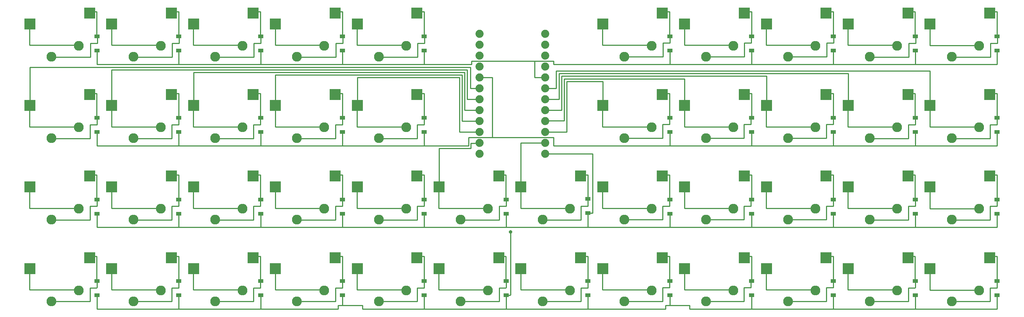
<source format=gbr>
%TF.GenerationSoftware,KiCad,Pcbnew,(5.99.0-8803-gb07c8110c8)*%
%TF.CreationDate,2021-05-08T13:19:11+01:00*%
%TF.ProjectId,Inflorescent,496e666c-6f72-4657-9363-656e742e6b69,rev?*%
%TF.SameCoordinates,PXf42400PY8954400*%
%TF.FileFunction,Copper,L2,Bot*%
%TF.FilePolarity,Positive*%
%FSLAX46Y46*%
G04 Gerber Fmt 4.6, Leading zero omitted, Abs format (unit mm)*
G04 Created by KiCad (PCBNEW (5.99.0-8803-gb07c8110c8)) date 2021-05-08 13:19:11*
%MOMM*%
%LPD*%
G01*
G04 APERTURE LIST*
%TA.AperFunction,SMDPad,CuDef*%
%ADD10R,2.550000X2.500000*%
%TD*%
%TA.AperFunction,ComponentPad*%
%ADD11C,2.286000*%
%TD*%
%TA.AperFunction,ComponentPad*%
%ADD12C,1.879600*%
%TD*%
%TA.AperFunction,SMDPad,CuDef*%
%ADD13R,1.200000X0.900000*%
%TD*%
%TA.AperFunction,ViaPad*%
%ADD14C,0.800000*%
%TD*%
%TA.AperFunction,Conductor*%
%ADD15C,0.250000*%
%TD*%
G04 APERTURE END LIST*
D10*
%TO.P,SW9,1,A*%
%TO.N,Net-(D9-Pad2)*%
X172290000Y76080000D03*
D11*
X163460000Y65920000D03*
%TO.P,SW9,2,B*%
%TO.N,/COL8*%
X169810000Y68460000D03*
D10*
X158440000Y73540000D03*
%TD*%
D11*
%TO.P,SW11,1,A*%
%TO.N,Net-(D11-Pad2)*%
X201460000Y65920000D03*
D10*
X210290000Y76080000D03*
%TO.P,SW11,2,B*%
%TO.N,/COL10*%
X196440000Y73540000D03*
D11*
X207810000Y68460000D03*
%TD*%
%TO.P,SW16,1,A*%
%TO.N,Net-(D16-Pad2)*%
X68460000Y46920000D03*
D10*
X77290000Y57080000D03*
%TO.P,SW16,2,B*%
%TO.N,/COL3*%
X63440000Y54540000D03*
D11*
X74810000Y49460000D03*
%TD*%
D10*
%TO.P,SW23,1,A*%
%TO.N,Net-(D23-Pad2)*%
X210290000Y57080000D03*
D11*
X201460000Y46920000D03*
D10*
%TO.P,SW23,2,B*%
%TO.N,/COL10*%
X196440000Y54540000D03*
D11*
X207810000Y49460000D03*
%TD*%
%TO.P,SW31,1,A*%
%TO.N,Net-(D31-Pad2)*%
X125460000Y27920000D03*
D10*
X134290000Y38080000D03*
%TO.P,SW31,2,B*%
%TO.N,/COL6*%
X120440000Y35540000D03*
D11*
X131810000Y30460000D03*
%TD*%
D10*
%TO.P,SW26,1,A*%
%TO.N,Net-(D26-Pad2)*%
X39290000Y38080000D03*
D11*
X30460000Y27920000D03*
D10*
%TO.P,SW26,2,B*%
%TO.N,/COL1*%
X25440000Y35540000D03*
D11*
X36810000Y30460000D03*
%TD*%
%TO.P,SW20,1,A*%
%TO.N,Net-(D20-Pad2)*%
X144460000Y46920000D03*
D10*
X153290000Y57080000D03*
%TO.P,SW20,2,B*%
%TO.N,/COL7*%
X139440000Y54540000D03*
D11*
X150810000Y49460000D03*
%TD*%
D10*
%TO.P,SW22,1,A*%
%TO.N,Net-(D22-Pad2)*%
X191290000Y57080000D03*
D11*
X182460000Y46920000D03*
D10*
%TO.P,SW22,2,B*%
%TO.N,/COL9*%
X177440000Y54540000D03*
D11*
X188810000Y49460000D03*
%TD*%
%TO.P,SW1,1,A*%
%TO.N,Net-(D1-Pad2)*%
X11460000Y65920000D03*
D10*
X20290000Y76080000D03*
%TO.P,SW1,2,B*%
%TO.N,/COL0*%
X6440000Y73540000D03*
D11*
X17810000Y68460000D03*
%TD*%
D10*
%TO.P,SW43,1,A*%
%TO.N,Net-(D43-Pad2)*%
X134290000Y19080000D03*
D11*
X125460000Y8920000D03*
%TO.P,SW43,2,B*%
%TO.N,/COL6*%
X131810000Y11460000D03*
D10*
X120440000Y16540000D03*
%TD*%
D11*
%TO.P,SW13,1,A*%
%TO.N,Net-(D13-Pad2)*%
X11460000Y46920000D03*
D10*
X20290000Y57080000D03*
D11*
%TO.P,SW13,2,B*%
%TO.N,/COL0*%
X17810000Y49460000D03*
D10*
X6440000Y54540000D03*
%TD*%
%TO.P,SW32,1,A*%
%TO.N,Net-(D32-Pad2)*%
X153290000Y38080000D03*
D11*
X144460000Y27920000D03*
%TO.P,SW32,2,B*%
%TO.N,/COL7*%
X150810000Y30460000D03*
D10*
X139440000Y35540000D03*
%TD*%
D11*
%TO.P,SW37,1,A*%
%TO.N,Net-(D37-Pad2)*%
X11460000Y8920000D03*
D10*
X20290000Y19080000D03*
%TO.P,SW37,2,B*%
%TO.N,/COL0*%
X6440000Y16540000D03*
D11*
X17810000Y11460000D03*
%TD*%
%TO.P,SW25,1,A*%
%TO.N,Net-(D25-Pad2)*%
X11460000Y27920000D03*
D10*
X20290000Y38080000D03*
D11*
%TO.P,SW25,2,B*%
%TO.N,/COL0*%
X17810000Y30460000D03*
D10*
X6440000Y35540000D03*
%TD*%
%TO.P,SW24,1,A*%
%TO.N,Net-(D24-Pad2)*%
X229290000Y57080000D03*
D11*
X220460000Y46920000D03*
D10*
%TO.P,SW24,2,B*%
%TO.N,/COL11*%
X215440000Y54540000D03*
D11*
X226810000Y49460000D03*
%TD*%
%TO.P,SW34,1,A*%
%TO.N,Net-(D34-Pad2)*%
X182460000Y27920000D03*
D10*
X191290000Y38080000D03*
%TO.P,SW34,2,B*%
%TO.N,/COL9*%
X177440000Y35540000D03*
D11*
X188810000Y30460000D03*
%TD*%
D10*
%TO.P,SW2,1,A*%
%TO.N,Net-(D2-Pad2)*%
X39290000Y76080000D03*
D11*
X30460000Y65920000D03*
%TO.P,SW2,2,B*%
%TO.N,/COL1*%
X36810000Y68460000D03*
D10*
X25440000Y73540000D03*
%TD*%
D11*
%TO.P,SW46,1,A*%
%TO.N,Net-(D46-Pad2)*%
X182460000Y8920000D03*
D10*
X191290000Y19080000D03*
D11*
%TO.P,SW46,2,B*%
%TO.N,/COL9*%
X188810000Y11460000D03*
D10*
X177440000Y16540000D03*
%TD*%
%TO.P,SW42,1,A*%
%TO.N,Net-(D42-Pad2)*%
X115290000Y19080000D03*
D11*
X106460000Y8920000D03*
D10*
%TO.P,SW42,2,B*%
%TO.N,/COL5*%
X101440000Y16540000D03*
D11*
X112810000Y11460000D03*
%TD*%
%TO.P,SW15,1,A*%
%TO.N,Net-(D15-Pad2)*%
X49460000Y46920000D03*
D10*
X58290000Y57080000D03*
%TO.P,SW15,2,B*%
%TO.N,/COL2*%
X44440000Y54540000D03*
D11*
X55810000Y49460000D03*
%TD*%
%TO.P,SW4,1,A*%
%TO.N,Net-(D4-Pad2)*%
X68460000Y65920000D03*
D10*
X77290000Y76080000D03*
%TO.P,SW4,2,B*%
%TO.N,/COL3*%
X63440000Y73540000D03*
D11*
X74810000Y68460000D03*
%TD*%
D10*
%TO.P,SW12,1,A*%
%TO.N,Net-(D12-Pad2)*%
X229290000Y76080000D03*
D11*
X220460000Y65920000D03*
%TO.P,SW12,2,B*%
%TO.N,/COL11*%
X226810000Y68460000D03*
D10*
X215440000Y73540000D03*
%TD*%
%TO.P,SW47,1,A*%
%TO.N,Net-(D47-Pad2)*%
X210290000Y19080000D03*
D11*
X201460000Y8920000D03*
D10*
%TO.P,SW47,2,B*%
%TO.N,/COL10*%
X196440000Y16540000D03*
D11*
X207810000Y11460000D03*
%TD*%
D10*
%TO.P,SW33,1,A*%
%TO.N,Net-(D33-Pad2)*%
X172290000Y38080000D03*
D11*
X163460000Y27920000D03*
D10*
%TO.P,SW33,2,B*%
%TO.N,/COL8*%
X158440000Y35540000D03*
D11*
X169810000Y30460000D03*
%TD*%
%TO.P,SW36,1,A*%
%TO.N,Net-(D36-Pad2)*%
X220460000Y27920000D03*
D10*
X229290000Y38080000D03*
%TO.P,SW36,2,B*%
%TO.N,/COL11*%
X215440000Y35540000D03*
D11*
X226810000Y30460000D03*
%TD*%
%TO.P,SW29,1,A*%
%TO.N,Net-(D29-Pad2)*%
X87460000Y27920000D03*
D10*
X96290000Y38080000D03*
D11*
%TO.P,SW29,2,B*%
%TO.N,/COL4*%
X93810000Y30460000D03*
D10*
X82440000Y35540000D03*
%TD*%
%TO.P,SW5,1,A*%
%TO.N,Net-(D5-Pad2)*%
X96290000Y76080000D03*
D11*
X87460000Y65920000D03*
D10*
%TO.P,SW5,2,B*%
%TO.N,/COL4*%
X82440000Y73540000D03*
D11*
X93810000Y68460000D03*
%TD*%
%TO.P,SW44,1,A*%
%TO.N,Net-(D44-Pad2)*%
X144460000Y8920000D03*
D10*
X153290000Y19080000D03*
D11*
%TO.P,SW44,2,B*%
%TO.N,/COL7*%
X150810000Y11460000D03*
D10*
X139440000Y16540000D03*
%TD*%
D11*
%TO.P,SW48,1,A*%
%TO.N,Net-(D48-Pad2)*%
X220460000Y8920000D03*
D10*
X229290000Y19080000D03*
D11*
%TO.P,SW48,2,B*%
%TO.N,/COL11*%
X226810000Y11460000D03*
D10*
X215440000Y16540000D03*
%TD*%
D11*
%TO.P,SW21,1,A*%
%TO.N,Net-(D21-Pad2)*%
X163460000Y46920000D03*
D10*
X172290000Y57080000D03*
D11*
%TO.P,SW21,2,B*%
%TO.N,/COL8*%
X169810000Y49460000D03*
D10*
X158440000Y54540000D03*
%TD*%
D11*
%TO.P,SW8,1,A*%
%TO.N,Net-(D8-Pad2)*%
X144460000Y65920000D03*
D10*
X153290000Y76080000D03*
%TO.P,SW8,2,B*%
%TO.N,/COL7*%
X139440000Y73540000D03*
D11*
X150810000Y68460000D03*
%TD*%
%TO.P,SW28,1,A*%
%TO.N,Net-(D28-Pad2)*%
X68460000Y27920000D03*
D10*
X77290000Y38080000D03*
%TO.P,SW28,2,B*%
%TO.N,/COL3*%
X63440000Y35540000D03*
D11*
X74810000Y30460000D03*
%TD*%
D10*
%TO.P,SW38,1,A*%
%TO.N,Net-(D38-Pad2)*%
X39290000Y19080000D03*
D11*
X30460000Y8920000D03*
%TO.P,SW38,2,B*%
%TO.N,/COL1*%
X36810000Y11460000D03*
D10*
X25440000Y16540000D03*
%TD*%
D11*
%TO.P,SW3,1,A*%
%TO.N,Net-(D3-Pad2)*%
X49460000Y65920000D03*
D10*
X58290000Y76080000D03*
%TO.P,SW3,2,B*%
%TO.N,/COL2*%
X44440000Y73540000D03*
D11*
X55810000Y68460000D03*
%TD*%
%TO.P,SW40,1,A*%
%TO.N,Net-(D40-Pad2)*%
X68460000Y8920000D03*
D10*
X77290000Y19080000D03*
D11*
%TO.P,SW40,2,B*%
%TO.N,/COL3*%
X74810000Y11460000D03*
D10*
X63440000Y16540000D03*
%TD*%
D11*
%TO.P,SW27,1,A*%
%TO.N,Net-(D27-Pad2)*%
X49460000Y27920000D03*
D10*
X58290000Y38080000D03*
%TO.P,SW27,2,B*%
%TO.N,/COL2*%
X44440000Y35540000D03*
D11*
X55810000Y30460000D03*
%TD*%
%TO.P,SW14,1,A*%
%TO.N,Net-(D14-Pad2)*%
X30460000Y46920000D03*
D10*
X39290000Y57080000D03*
D11*
%TO.P,SW14,2,B*%
%TO.N,/COL1*%
X36810000Y49460000D03*
D10*
X25440000Y54540000D03*
%TD*%
D11*
%TO.P,SW30,1,A*%
%TO.N,Net-(D30-Pad2)*%
X106460000Y27920000D03*
D10*
X115290000Y38080000D03*
%TO.P,SW30,2,B*%
%TO.N,/COL5*%
X101440000Y35540000D03*
D11*
X112810000Y30460000D03*
%TD*%
%TO.P,SW45,1,A*%
%TO.N,Net-(D45-Pad2)*%
X163460000Y8920000D03*
D10*
X172290000Y19080000D03*
%TO.P,SW45,2,B*%
%TO.N,/COL8*%
X158440000Y16540000D03*
D11*
X169810000Y11460000D03*
%TD*%
D12*
%TO.P,U1,1,TX0*%
%TO.N,unconnected-(U1-Pad1)*%
X110880000Y71200000D03*
%TO.P,U1,2,RXI*%
%TO.N,unconnected-(U1-Pad2)*%
X110880000Y68660000D03*
%TO.P,U1,3,GND*%
%TO.N,unconnected-(U1-Pad3)*%
X110880000Y66120000D03*
%TO.P,U1,4,GND*%
%TO.N,unconnected-(U1-Pad4)*%
X110880000Y63580000D03*
%TO.P,U1,5,D2*%
%TO.N,/ROW1*%
X110880000Y61040000D03*
%TO.P,U1,6,D3*%
%TO.N,/COL0*%
X110880000Y58500000D03*
%TO.P,U1,7,D4*%
%TO.N,/COL1*%
X110880000Y55960000D03*
%TO.P,U1,8,D5*%
%TO.N,/COL2*%
X110880000Y53420000D03*
%TO.P,U1,9,D6*%
%TO.N,/COL3*%
X110880000Y50880000D03*
%TO.P,U1,10,D7*%
%TO.N,/COL4*%
X110880000Y48340000D03*
%TO.P,U1,11,D8*%
%TO.N,/COL5*%
X110880000Y45800000D03*
%TO.P,U1,12,D9*%
%TO.N,/ROW3*%
X110880000Y43260000D03*
%TO.P,U1,13,D10*%
%TO.N,/ROW2*%
X126120000Y43260000D03*
%TO.P,U1,14,D16*%
%TO.N,/COL6*%
X126120000Y45800000D03*
%TO.P,U1,15,D14*%
%TO.N,/COL7*%
X126120000Y48340000D03*
%TO.P,U1,16,D15*%
%TO.N,/COL8*%
X126120000Y50880000D03*
%TO.P,U1,17,A0*%
%TO.N,/COL9*%
X126120000Y53420000D03*
%TO.P,U1,18,A1*%
%TO.N,/COL10*%
X126120000Y55960000D03*
%TO.P,U1,19,A2*%
%TO.N,/COL11*%
X126120000Y58500000D03*
%TO.P,U1,20,A3*%
%TO.N,/ROW0*%
X126120000Y61040000D03*
%TO.P,U1,21,VCC*%
%TO.N,unconnected-(U1-Pad21)*%
X126120000Y63580000D03*
%TO.P,U1,22,RST*%
%TO.N,unconnected-(U1-Pad22)*%
X126120000Y66120000D03*
%TO.P,U1,23,GND*%
%TO.N,unconnected-(U1-Pad23)*%
X126120000Y68660000D03*
%TO.P,U1,24,RAW*%
%TO.N,unconnected-(U1-Pad24)*%
X126120000Y71200000D03*
%TD*%
D10*
%TO.P,SW10,1,A*%
%TO.N,Net-(D10-Pad2)*%
X191290000Y76080000D03*
D11*
X182460000Y65920000D03*
%TO.P,SW10,2,B*%
%TO.N,/COL9*%
X188810000Y68460000D03*
D10*
X177440000Y73540000D03*
%TD*%
D11*
%TO.P,SW39,1,A*%
%TO.N,Net-(D39-Pad2)*%
X49460000Y8920000D03*
D10*
X58290000Y19080000D03*
%TO.P,SW39,2,B*%
%TO.N,/COL2*%
X44440000Y16540000D03*
D11*
X55810000Y11460000D03*
%TD*%
D10*
%TO.P,SW35,1,A*%
%TO.N,Net-(D35-Pad2)*%
X210290000Y38080000D03*
D11*
X201460000Y27920000D03*
%TO.P,SW35,2,B*%
%TO.N,/COL10*%
X207810000Y30460000D03*
D10*
X196440000Y35540000D03*
%TD*%
D11*
%TO.P,SW17,1,A*%
%TO.N,Net-(D17-Pad2)*%
X87460000Y46920000D03*
D10*
X96290000Y57080000D03*
D11*
%TO.P,SW17,2,B*%
%TO.N,/COL4*%
X93810000Y49460000D03*
D10*
X82440000Y54540000D03*
%TD*%
D11*
%TO.P,SW41,1,A*%
%TO.N,Net-(D41-Pad2)*%
X87460000Y8920000D03*
D10*
X96290000Y19080000D03*
D11*
%TO.P,SW41,2,B*%
%TO.N,/COL4*%
X93810000Y11460000D03*
D10*
X82440000Y16540000D03*
%TD*%
D13*
%TO.P,D46,1,K*%
%TO.N,/ROW3*%
X193000000Y10350000D03*
%TO.P,D46,2,A*%
%TO.N,Net-(D46-Pad2)*%
X193000000Y13650000D03*
%TD*%
%TO.P,D32,1,K*%
%TO.N,/ROW2*%
X155000000Y29350000D03*
%TO.P,D32,2,A*%
%TO.N,Net-(D32-Pad2)*%
X155000000Y32650000D03*
%TD*%
%TO.P,D22,1,K*%
%TO.N,/ROW1*%
X193000000Y48350000D03*
%TO.P,D22,2,A*%
%TO.N,Net-(D22-Pad2)*%
X193000000Y51650000D03*
%TD*%
%TO.P,D37,1,K*%
%TO.N,/ROW3*%
X22000000Y10350000D03*
%TO.P,D37,2,A*%
%TO.N,Net-(D37-Pad2)*%
X22000000Y13650000D03*
%TD*%
%TO.P,D40,1,K*%
%TO.N,/ROW3*%
X79000000Y10350000D03*
%TO.P,D40,2,A*%
%TO.N,Net-(D40-Pad2)*%
X79000000Y13650000D03*
%TD*%
%TO.P,D3,1,K*%
%TO.N,/ROW0*%
X60000000Y67350000D03*
%TO.P,D3,2,A*%
%TO.N,Net-(D3-Pad2)*%
X60000000Y70650000D03*
%TD*%
%TO.P,D13,1,K*%
%TO.N,/ROW1*%
X22000000Y48350000D03*
%TO.P,D13,2,A*%
%TO.N,Net-(D13-Pad2)*%
X22000000Y51650000D03*
%TD*%
%TO.P,D31,1,K*%
%TO.N,/ROW2*%
X136000000Y29500000D03*
%TO.P,D31,2,A*%
%TO.N,Net-(D31-Pad2)*%
X136000000Y32800000D03*
%TD*%
%TO.P,D48,1,K*%
%TO.N,/ROW3*%
X231000000Y10350000D03*
%TO.P,D48,2,A*%
%TO.N,Net-(D48-Pad2)*%
X231000000Y13650000D03*
%TD*%
%TO.P,D8,1,K*%
%TO.N,/ROW0*%
X155000000Y67350000D03*
%TO.P,D8,2,A*%
%TO.N,Net-(D8-Pad2)*%
X155000000Y70650000D03*
%TD*%
%TO.P,D20,1,K*%
%TO.N,/ROW1*%
X155000000Y48350000D03*
%TO.P,D20,2,A*%
%TO.N,Net-(D20-Pad2)*%
X155000000Y51650000D03*
%TD*%
%TO.P,D21,1,K*%
%TO.N,/ROW1*%
X174000000Y48350000D03*
%TO.P,D21,2,A*%
%TO.N,Net-(D21-Pad2)*%
X174000000Y51650000D03*
%TD*%
%TO.P,D38,1,K*%
%TO.N,/ROW3*%
X41000000Y10350000D03*
%TO.P,D38,2,A*%
%TO.N,Net-(D38-Pad2)*%
X41000000Y13650000D03*
%TD*%
%TO.P,D33,1,K*%
%TO.N,/ROW2*%
X174000000Y29350000D03*
%TO.P,D33,2,A*%
%TO.N,Net-(D33-Pad2)*%
X174000000Y32650000D03*
%TD*%
%TO.P,D4,1,K*%
%TO.N,/ROW0*%
X79000000Y67350000D03*
%TO.P,D4,2,A*%
%TO.N,Net-(D4-Pad2)*%
X79000000Y70650000D03*
%TD*%
%TO.P,D41,1,K*%
%TO.N,/ROW3*%
X98000000Y10350000D03*
%TO.P,D41,2,A*%
%TO.N,Net-(D41-Pad2)*%
X98000000Y13650000D03*
%TD*%
%TO.P,D27,1,K*%
%TO.N,/ROW2*%
X60000000Y29350000D03*
%TO.P,D27,2,A*%
%TO.N,Net-(D27-Pad2)*%
X60000000Y32650000D03*
%TD*%
%TO.P,D15,1,K*%
%TO.N,/ROW1*%
X60000000Y48350000D03*
%TO.P,D15,2,A*%
%TO.N,Net-(D15-Pad2)*%
X60000000Y51650000D03*
%TD*%
%TO.P,D14,1,K*%
%TO.N,/ROW1*%
X41000000Y48350000D03*
%TO.P,D14,2,A*%
%TO.N,Net-(D14-Pad2)*%
X41000000Y51650000D03*
%TD*%
%TO.P,D26,1,K*%
%TO.N,/ROW2*%
X41000000Y29350000D03*
%TO.P,D26,2,A*%
%TO.N,Net-(D26-Pad2)*%
X41000000Y32650000D03*
%TD*%
%TO.P,D30,1,K*%
%TO.N,/ROW2*%
X117000000Y29350000D03*
%TO.P,D30,2,A*%
%TO.N,Net-(D30-Pad2)*%
X117000000Y32650000D03*
%TD*%
%TO.P,D36,1,K*%
%TO.N,/ROW2*%
X231000000Y29350000D03*
%TO.P,D36,2,A*%
%TO.N,Net-(D36-Pad2)*%
X231000000Y32650000D03*
%TD*%
%TO.P,D12,1,K*%
%TO.N,/ROW0*%
X231000000Y67350000D03*
%TO.P,D12,2,A*%
%TO.N,Net-(D12-Pad2)*%
X231000000Y70650000D03*
%TD*%
%TO.P,D1,1,K*%
%TO.N,/ROW0*%
X22000000Y67350000D03*
%TO.P,D1,2,A*%
%TO.N,Net-(D1-Pad2)*%
X22000000Y70650000D03*
%TD*%
%TO.P,D45,1,K*%
%TO.N,/ROW3*%
X174000000Y10350000D03*
%TO.P,D45,2,A*%
%TO.N,Net-(D45-Pad2)*%
X174000000Y13650000D03*
%TD*%
%TO.P,D16,1,K*%
%TO.N,/ROW1*%
X79000000Y48350000D03*
%TO.P,D16,2,A*%
%TO.N,Net-(D16-Pad2)*%
X79000000Y51650000D03*
%TD*%
%TO.P,D2,1,K*%
%TO.N,/ROW0*%
X41000000Y67350000D03*
%TO.P,D2,2,A*%
%TO.N,Net-(D2-Pad2)*%
X41000000Y70650000D03*
%TD*%
%TO.P,D43,1,K*%
%TO.N,/ROW3*%
X136000000Y10350000D03*
%TO.P,D43,2,A*%
%TO.N,Net-(D43-Pad2)*%
X136000000Y13650000D03*
%TD*%
%TO.P,D35,1,K*%
%TO.N,/ROW2*%
X212000000Y29350000D03*
%TO.P,D35,2,A*%
%TO.N,Net-(D35-Pad2)*%
X212000000Y32650000D03*
%TD*%
%TO.P,D11,1,K*%
%TO.N,/ROW0*%
X212000000Y67350000D03*
%TO.P,D11,2,A*%
%TO.N,Net-(D11-Pad2)*%
X212000000Y70650000D03*
%TD*%
%TO.P,D24,1,K*%
%TO.N,/ROW1*%
X231000000Y48350000D03*
%TO.P,D24,2,A*%
%TO.N,Net-(D24-Pad2)*%
X231000000Y51650000D03*
%TD*%
%TO.P,D28,1,K*%
%TO.N,/ROW2*%
X79000000Y29350000D03*
%TO.P,D28,2,A*%
%TO.N,Net-(D28-Pad2)*%
X79000000Y32650000D03*
%TD*%
%TO.P,D29,1,K*%
%TO.N,/ROW2*%
X98000000Y29350000D03*
%TO.P,D29,2,A*%
%TO.N,Net-(D29-Pad2)*%
X98000000Y32650000D03*
%TD*%
%TO.P,D9,1,K*%
%TO.N,/ROW0*%
X174000000Y67350000D03*
%TO.P,D9,2,A*%
%TO.N,Net-(D9-Pad2)*%
X174000000Y70650000D03*
%TD*%
%TO.P,D23,1,K*%
%TO.N,/ROW1*%
X212000000Y48350000D03*
%TO.P,D23,2,A*%
%TO.N,Net-(D23-Pad2)*%
X212000000Y51650000D03*
%TD*%
%TO.P,D17,1,K*%
%TO.N,/ROW1*%
X98000000Y48350000D03*
%TO.P,D17,2,A*%
%TO.N,Net-(D17-Pad2)*%
X98000000Y51650000D03*
%TD*%
%TO.P,D39,1,K*%
%TO.N,/ROW3*%
X60000000Y10350000D03*
%TO.P,D39,2,A*%
%TO.N,Net-(D39-Pad2)*%
X60000000Y13650000D03*
%TD*%
%TO.P,D25,1,K*%
%TO.N,/ROW2*%
X22000000Y29350000D03*
%TO.P,D25,2,A*%
%TO.N,Net-(D25-Pad2)*%
X22000000Y32650000D03*
%TD*%
%TO.P,D34,1,K*%
%TO.N,/ROW2*%
X193000000Y29350000D03*
%TO.P,D34,2,A*%
%TO.N,Net-(D34-Pad2)*%
X193000000Y32650000D03*
%TD*%
%TO.P,D10,1,K*%
%TO.N,/ROW0*%
X193000000Y67350000D03*
%TO.P,D10,2,A*%
%TO.N,Net-(D10-Pad2)*%
X193000000Y70650000D03*
%TD*%
%TO.P,D42,1,K*%
%TO.N,/ROW3*%
X117000000Y10350000D03*
%TO.P,D42,2,A*%
%TO.N,Net-(D42-Pad2)*%
X117000000Y13650000D03*
%TD*%
%TO.P,D5,1,K*%
%TO.N,/ROW0*%
X98000000Y67350000D03*
%TO.P,D5,2,A*%
%TO.N,Net-(D5-Pad2)*%
X98000000Y70650000D03*
%TD*%
%TO.P,D47,1,K*%
%TO.N,/ROW3*%
X212000000Y10350000D03*
%TO.P,D47,2,A*%
%TO.N,Net-(D47-Pad2)*%
X212000000Y13650000D03*
%TD*%
%TO.P,D44,1,K*%
%TO.N,/ROW3*%
X155000000Y10350000D03*
%TO.P,D44,2,A*%
%TO.N,Net-(D44-Pad2)*%
X155000000Y13650000D03*
%TD*%
D14*
%TO.N,/ROW3*%
X118000000Y25100000D03*
%TD*%
D15*
%TO.N,Net-(D1-Pad2)*%
X22065000Y69028750D02*
X20465000Y69028750D01*
X21972500Y70841250D02*
X21972500Y76378750D01*
X21972500Y76378750D02*
X20370000Y76378750D01*
X20465000Y65828750D02*
X11657500Y65828750D01*
X22077500Y70678750D02*
X22077500Y69041250D01*
X20465000Y69028750D02*
X20465000Y65828750D01*
%TO.N,/ROW0*%
X60000000Y64150000D02*
X60000000Y67300000D01*
X125881900Y61050000D02*
X123660000Y61050000D01*
X109000000Y64200000D02*
X109000000Y64850000D01*
X108950000Y64150000D02*
X109000000Y64200000D01*
X60248750Y64150000D02*
X41000000Y64150000D01*
X155000000Y64150000D02*
X155000000Y67300000D01*
X123400000Y64850000D02*
X128000000Y64850000D01*
X98000000Y67300000D02*
X98000000Y64150000D01*
X22000000Y64150000D02*
X22000000Y67300000D01*
X123660000Y61050000D02*
X123660000Y64785000D01*
X231000000Y64150000D02*
X212000000Y64150000D01*
X98000000Y64150000D02*
X108950000Y64150000D01*
X109000000Y64850000D02*
X123400000Y64850000D01*
X41248750Y64150000D02*
X22000000Y64150000D01*
X128000000Y64850000D02*
X128000000Y64150000D01*
X174000000Y64150000D02*
X174000000Y67300000D01*
X79000000Y64150000D02*
X79000000Y67300000D01*
X128000000Y64400000D02*
X128000000Y64150000D01*
X212248750Y64150000D02*
X193000000Y64150000D01*
X174248750Y64150000D02*
X155000000Y64150000D01*
X193248750Y64150000D02*
X174000000Y64150000D01*
X41000000Y64150000D02*
X41000000Y67300000D01*
X79248750Y64150000D02*
X60000000Y64150000D01*
X98248750Y64150000D02*
X79000000Y64150000D01*
X212000000Y64150000D02*
X212000000Y67300000D01*
X231000000Y67350000D02*
X231000000Y64150000D01*
X128000000Y64150000D02*
X155000000Y64150000D01*
X123660000Y64785000D02*
X123725000Y64850000D01*
X193000000Y64150000D02*
X193000000Y67300000D01*
X125889900Y61042000D02*
X125881900Y61050000D01*
%TO.N,Net-(D2-Pad2)*%
X41065000Y69028750D02*
X39465000Y69028750D01*
X41077500Y70678750D02*
X41077500Y69041250D01*
X39465000Y69028750D02*
X39465000Y65828750D01*
X40972500Y70841250D02*
X40972500Y76378750D01*
X39465000Y65828750D02*
X30657500Y65828750D01*
X40972500Y76378750D02*
X39370000Y76378750D01*
%TO.N,Net-(D3-Pad2)*%
X59967500Y76378750D02*
X58365000Y76378750D01*
X58460000Y65828750D02*
X49652500Y65828750D01*
X59967500Y70841250D02*
X59967500Y76378750D01*
X58460000Y69028750D02*
X58460000Y65828750D01*
X60072500Y70678750D02*
X60072500Y69041250D01*
X60060000Y69028750D02*
X58460000Y69028750D01*
%TO.N,Net-(D4-Pad2)*%
X79072500Y70678750D02*
X79072500Y69041250D01*
X79060000Y69028750D02*
X77460000Y69028750D01*
X77460000Y69028750D02*
X77460000Y65828750D01*
X78967500Y70841250D02*
X78967500Y76378750D01*
X78967500Y76378750D02*
X77365000Y76378750D01*
X77460000Y65828750D02*
X68652500Y65828750D01*
%TO.N,Net-(D5-Pad2)*%
X98072500Y70678750D02*
X98072500Y69041250D01*
X98060000Y69028750D02*
X96460000Y69028750D01*
X96460000Y65828750D02*
X87652500Y65828750D01*
X97967500Y70841250D02*
X97967500Y76378750D01*
X97967500Y76378750D02*
X96365000Y76378750D01*
X96460000Y69028750D02*
X96460000Y65828750D01*
%TO.N,Net-(D8-Pad2)*%
X155040000Y69078750D02*
X153440000Y69078750D01*
X155052500Y70728750D02*
X155052500Y69091250D01*
X153440000Y65878750D02*
X144632500Y65878750D01*
X153440000Y69078750D02*
X153440000Y65878750D01*
X154967500Y70841250D02*
X154967500Y76378750D01*
X154967500Y76378750D02*
X153365000Y76378750D01*
%TO.N,Net-(D9-Pad2)*%
X173952500Y70728750D02*
X173952500Y69091250D01*
X173940000Y69078750D02*
X172340000Y69078750D01*
X173967500Y76378750D02*
X172365000Y76378750D01*
X172340000Y65878750D02*
X163532500Y65878750D01*
X173967500Y70841250D02*
X173967500Y76378750D01*
X172340000Y69078750D02*
X172340000Y65878750D01*
%TO.N,Net-(D10-Pad2)*%
X191440000Y69078750D02*
X191440000Y65878750D01*
X192967500Y70841250D02*
X192967500Y76378750D01*
X193040000Y69078750D02*
X191440000Y69078750D01*
X191440000Y65878750D02*
X182632500Y65878750D01*
X192967500Y76378750D02*
X191365000Y76378750D01*
X193052500Y70728750D02*
X193052500Y69091250D01*
%TO.N,Net-(D11-Pad2)*%
X211967500Y76378750D02*
X210365000Y76378750D01*
X212060000Y69028750D02*
X210460000Y69028750D01*
X210460000Y69028750D02*
X210460000Y65828750D01*
X212072500Y70678750D02*
X212072500Y69041250D01*
X211967500Y70841250D02*
X211967500Y76378750D01*
X210460000Y65828750D02*
X201652500Y65828750D01*
%TO.N,Net-(D12-Pad2)*%
X231065000Y69041250D02*
X231052500Y69028750D01*
X230965000Y70841250D02*
X230965000Y76378750D01*
X229452500Y65828750D02*
X220645000Y65828750D01*
X231065000Y70678750D02*
X231065000Y69041250D01*
X229452500Y69028750D02*
X229452500Y65828750D01*
X231052500Y69028750D02*
X229452500Y69028750D01*
X230965000Y76378750D02*
X229362500Y76378750D01*
%TO.N,Net-(D13-Pad2)*%
X21990000Y51728750D02*
X21990000Y50091250D01*
X21968750Y57378750D02*
X20366250Y57378750D01*
X20377500Y50078750D02*
X20377500Y46878750D01*
X21968750Y51841250D02*
X21968750Y57378750D01*
X21977500Y50078750D02*
X20377500Y50078750D01*
X20377500Y46878750D02*
X11570000Y46878750D01*
%TO.N,/ROW1*%
X79000000Y45150000D02*
X79000000Y48300000D01*
X60000000Y45150000D02*
X60000000Y48300000D01*
X22000000Y45150000D02*
X22000000Y48300000D01*
X113810000Y47090000D02*
X113825000Y47075000D01*
X79248750Y45150000D02*
X60000000Y45150000D01*
X193248750Y45150000D02*
X174000000Y45150000D01*
X113825000Y47075000D02*
X108300000Y47075000D01*
X113803000Y61042000D02*
X113810000Y61035000D01*
X108300000Y45150000D02*
X79000000Y45150000D01*
X41000000Y45150000D02*
X41000000Y48300000D01*
X110649900Y61042000D02*
X113803000Y61042000D01*
X108300000Y47075000D02*
X108300000Y45150000D01*
X128050000Y47075000D02*
X128050000Y45150000D01*
X193000000Y45150000D02*
X193000000Y48300000D01*
X98000000Y45150000D02*
X98000000Y48300000D01*
X174248750Y45150000D02*
X155000000Y45150000D01*
X174000000Y45150000D02*
X174000000Y48300000D01*
X41248750Y45150000D02*
X22000000Y45150000D01*
X60248750Y45150000D02*
X41000000Y45150000D01*
X113810000Y61035000D02*
X113810000Y47090000D01*
X113825000Y47075000D02*
X128050000Y47075000D01*
X212248750Y45150000D02*
X193000000Y45150000D01*
X212000000Y45150000D02*
X212000000Y48300000D01*
X108300000Y45800000D02*
X108300000Y45150000D01*
X155000000Y45150000D02*
X155000000Y48300000D01*
X231000000Y48350000D02*
X231000000Y45150000D01*
X231000000Y45150000D02*
X212000000Y45150000D01*
X128050000Y45150000D02*
X155000000Y45150000D01*
%TO.N,Net-(D14-Pad2)*%
X40977500Y50078750D02*
X39377500Y50078750D01*
X40968750Y51841250D02*
X40968750Y57378750D01*
X40968750Y57378750D02*
X39366250Y57378750D01*
X40990000Y51728750D02*
X40990000Y50091250D01*
X39377500Y46878750D02*
X30570000Y46878750D01*
X39377500Y50078750D02*
X39377500Y46878750D01*
%TO.N,Net-(D15-Pad2)*%
X59985000Y51728750D02*
X59985000Y50091250D01*
X59963750Y51841250D02*
X59963750Y57378750D01*
X58372500Y50078750D02*
X58372500Y46878750D01*
X59972500Y50078750D02*
X58372500Y50078750D01*
X58372500Y46878750D02*
X49565000Y46878750D01*
X59963750Y57378750D02*
X58361250Y57378750D01*
%TO.N,Net-(D16-Pad2)*%
X78972500Y50078750D02*
X77372500Y50078750D01*
X77372500Y50078750D02*
X77372500Y46878750D01*
X77372500Y46878750D02*
X68565000Y46878750D01*
X78985000Y51728750D02*
X78985000Y50091250D01*
X78963750Y51841250D02*
X78963750Y57378750D01*
X78963750Y57378750D02*
X77361250Y57378750D01*
%TO.N,Net-(D17-Pad2)*%
X97963750Y57378750D02*
X96361250Y57378750D01*
X97985000Y51728750D02*
X97985000Y50091250D01*
X96372500Y46878750D02*
X87565000Y46878750D01*
X96372500Y50078750D02*
X96372500Y46878750D01*
X97963750Y51841250D02*
X97963750Y57378750D01*
X97972500Y50078750D02*
X96372500Y50078750D01*
%TO.N,Net-(D20-Pad2)*%
X153352500Y46928750D02*
X144545000Y46928750D01*
X154963750Y57378750D02*
X153361250Y57378750D01*
X154963750Y51841250D02*
X154963750Y57378750D01*
X154952500Y50128750D02*
X153352500Y50128750D01*
X153352500Y50128750D02*
X153352500Y46928750D01*
X154965000Y51778750D02*
X154965000Y50141250D01*
%TO.N,Net-(D21-Pad2)*%
X172252500Y50128750D02*
X172252500Y46928750D01*
X173852500Y50128750D02*
X172252500Y50128750D01*
X173865000Y51778750D02*
X173865000Y50141250D01*
X172252500Y46928750D02*
X163445000Y46928750D01*
X173963750Y51841250D02*
X173963750Y57378750D01*
X173963750Y57378750D02*
X172361250Y57378750D01*
%TO.N,Net-(D22-Pad2)*%
X192965000Y51778750D02*
X192965000Y50141250D01*
X192963750Y57378750D02*
X191361250Y57378750D01*
X191352500Y50128750D02*
X191352500Y46928750D01*
X192963750Y51841250D02*
X192963750Y57378750D01*
X192952500Y50128750D02*
X191352500Y50128750D01*
X191352500Y46928750D02*
X182545000Y46928750D01*
%TO.N,Net-(D23-Pad2)*%
X211963750Y51841250D02*
X211963750Y57378750D01*
X211963750Y57378750D02*
X210361250Y57378750D01*
X210372500Y50078750D02*
X210372500Y46878750D01*
X211985000Y51728750D02*
X211985000Y50091250D01*
X211972500Y50078750D02*
X210372500Y50078750D01*
X210372500Y46878750D02*
X201565000Y46878750D01*
%TO.N,Net-(D24-Pad2)*%
X230977500Y50091250D02*
X230965000Y50078750D01*
X230961250Y51841250D02*
X230961250Y57378750D01*
X230961250Y57378750D02*
X229358750Y57378750D01*
X229365000Y50078750D02*
X229365000Y46878750D01*
X230977500Y51728750D02*
X230977500Y50091250D01*
X229365000Y46878750D02*
X220557500Y46878750D01*
X230965000Y50078750D02*
X229365000Y50078750D01*
%TO.N,Net-(D25-Pad2)*%
X21972500Y32841250D02*
X21972500Y38378750D01*
X21972500Y38378750D02*
X20370000Y38378750D01*
X21977500Y31078750D02*
X20377500Y31078750D01*
X20377500Y27878750D02*
X11570000Y27878750D01*
X21990000Y32728750D02*
X21990000Y31091250D01*
X20377500Y31078750D02*
X20377500Y27878750D01*
%TO.N,/ROW2*%
X41000000Y26193750D02*
X41000000Y29400000D01*
X155000000Y26200000D02*
X155028750Y26171250D01*
X174028750Y26171250D02*
X192928750Y26171250D01*
X174000000Y26200000D02*
X174028750Y26171250D01*
X136000000Y29500000D02*
X137100000Y29500000D01*
X41248750Y26200000D02*
X22000000Y26200000D01*
X155000000Y29350000D02*
X155000000Y26200000D01*
X117000000Y26193750D02*
X117000000Y29400000D01*
X212000000Y29350000D02*
X212000000Y26242500D01*
X212071250Y26171250D02*
X231000000Y26171250D01*
X212000000Y26242500D02*
X212071250Y26171250D01*
X98022500Y26171250D02*
X155028750Y26171250D01*
X231000000Y29350000D02*
X231000000Y26171250D01*
X22000000Y26200000D02*
X22000000Y29350000D01*
X155028750Y26171250D02*
X174028750Y26171250D01*
X174000000Y29350000D02*
X174000000Y26200000D01*
X136000000Y26193750D02*
X136000000Y29400000D01*
X192928750Y26171250D02*
X212071250Y26171250D01*
X79000000Y26193750D02*
X79000000Y29400000D01*
X60022500Y26171250D02*
X98271250Y26171250D01*
X193000000Y29350000D02*
X193000000Y26242500D01*
X60000000Y26193750D02*
X60000000Y29400000D01*
X98000000Y26193750D02*
X98000000Y29400000D01*
X193000000Y26242500D02*
X192928750Y26171250D01*
X41022500Y26171250D02*
X60271250Y26171250D01*
X137100000Y29500000D02*
X137063000Y43262000D01*
X137063000Y43262000D02*
X125889900Y43262000D01*
%TO.N,Net-(D26-Pad2)*%
X39377500Y27878750D02*
X30570000Y27878750D01*
X40990000Y32728750D02*
X40990000Y31091250D01*
X40972500Y32841250D02*
X40972500Y38378750D01*
X39377500Y31078750D02*
X39377500Y27878750D01*
X40972500Y38378750D02*
X39370000Y38378750D01*
X40977500Y31078750D02*
X39377500Y31078750D01*
%TO.N,Net-(D27-Pad2)*%
X59967500Y32841250D02*
X59967500Y38378750D01*
X59967500Y38378750D02*
X58365000Y38378750D01*
X59972500Y31078750D02*
X58372500Y31078750D01*
X58372500Y31078750D02*
X58372500Y27878750D01*
X58372500Y27878750D02*
X49565000Y27878750D01*
X59985000Y32728750D02*
X59985000Y31091250D01*
%TO.N,Net-(D28-Pad2)*%
X78967500Y38378750D02*
X77365000Y38378750D01*
X78967500Y32841250D02*
X78967500Y38378750D01*
X78985000Y32728750D02*
X78985000Y31091250D01*
X77372500Y27878750D02*
X68565000Y27878750D01*
X78972500Y31078750D02*
X77372500Y31078750D01*
X77372500Y31078750D02*
X77372500Y27878750D01*
%TO.N,Net-(D29-Pad2)*%
X97985000Y32728750D02*
X97985000Y31091250D01*
X97972500Y31078750D02*
X96372500Y31078750D01*
X97967500Y38378750D02*
X96365000Y38378750D01*
X96372500Y27878750D02*
X87565000Y27878750D01*
X96372500Y31078750D02*
X96372500Y27878750D01*
X97967500Y32841250D02*
X97967500Y38378750D01*
%TO.N,Net-(D30-Pad2)*%
X116985000Y32728750D02*
X116985000Y31091250D01*
X115372500Y27878750D02*
X106565000Y27878750D01*
X116967500Y38378750D02*
X115365000Y38378750D01*
X116972500Y31078750D02*
X115372500Y31078750D01*
X116967500Y32841250D02*
X116967500Y38378750D01*
X115372500Y31078750D02*
X115372500Y27878750D01*
%TO.N,Net-(D31-Pad2)*%
X134372500Y27878750D02*
X125565000Y27878750D01*
X135967500Y38378750D02*
X134365000Y38378750D01*
X135972500Y31078750D02*
X134372500Y31078750D01*
X135985000Y32728750D02*
X135985000Y31091250D01*
X134372500Y31078750D02*
X134372500Y27878750D01*
X135967500Y32841250D02*
X135967500Y38378750D01*
%TO.N,Net-(D32-Pad2)*%
X154967500Y38378750D02*
X153365000Y38378750D01*
X153352500Y31128750D02*
X153352500Y27928750D01*
X154965000Y32778750D02*
X154965000Y31141250D01*
X154967500Y32841250D02*
X154967500Y38378750D01*
X154952500Y31128750D02*
X153352500Y31128750D01*
X153352500Y27928750D02*
X144545000Y27928750D01*
%TO.N,Net-(D33-Pad2)*%
X173865000Y32778750D02*
X173865000Y31141250D01*
X173852500Y31128750D02*
X172252500Y31128750D01*
X172252500Y27928750D02*
X163445000Y27928750D01*
X172252500Y31128750D02*
X172252500Y27928750D01*
X173967500Y38378750D02*
X172365000Y38378750D01*
X173967500Y32841250D02*
X173967500Y38378750D01*
%TO.N,Net-(D34-Pad2)*%
X191352500Y31128750D02*
X191352500Y27928750D01*
X192952500Y31128750D02*
X191352500Y31128750D01*
X192967500Y32841250D02*
X192967500Y38378750D01*
X192965000Y32778750D02*
X192965000Y31141250D01*
X192967500Y38378750D02*
X191365000Y38378750D01*
X191352500Y27928750D02*
X182545000Y27928750D01*
%TO.N,Net-(D35-Pad2)*%
X211967500Y38378750D02*
X210365000Y38378750D01*
X210372500Y31078750D02*
X210372500Y27878750D01*
X211985000Y32728750D02*
X211985000Y31091250D01*
X211972500Y31078750D02*
X210372500Y31078750D01*
X210372500Y27878750D02*
X201565000Y27878750D01*
X211967500Y32841250D02*
X211967500Y38378750D01*
%TO.N,Net-(D36-Pad2)*%
X230965000Y32841250D02*
X230965000Y38378750D01*
X229365000Y31078750D02*
X229365000Y27878750D01*
X230965000Y31078750D02*
X229365000Y31078750D01*
X230977500Y31091250D02*
X230965000Y31078750D01*
X230977500Y32728750D02*
X230977500Y31091250D01*
X229365000Y27878750D02*
X220557500Y27878750D01*
X230965000Y38378750D02*
X229362500Y38378750D01*
%TO.N,Net-(D37-Pad2)*%
X21972500Y13841250D02*
X21972500Y19378750D01*
X20377500Y8878750D02*
X11570000Y8878750D01*
X21990000Y13728750D02*
X21990000Y12091250D01*
X21977500Y12078750D02*
X20377500Y12078750D01*
X20377500Y12078750D02*
X20377500Y8878750D01*
X21972500Y19378750D02*
X20370000Y19378750D01*
%TO.N,/ROW3*%
X212000000Y7150000D02*
X212000000Y10300000D01*
X117000000Y7150000D02*
X117000000Y10300000D01*
X159650000Y8000000D02*
X159650000Y7150000D01*
X83650000Y8000000D02*
X83650000Y7150000D01*
X212248750Y7150000D02*
X193000000Y7150000D01*
X41000000Y7150000D02*
X41000000Y10300000D01*
X60000000Y10300000D02*
X60000000Y7150000D01*
X174000000Y7150000D02*
X174000000Y10300000D01*
X118000011Y25099989D02*
X118000000Y25100000D01*
X60248750Y7150000D02*
X41000000Y7150000D01*
X155000000Y8000000D02*
X159650000Y8000000D01*
X159650000Y7150000D02*
X174000000Y7150000D01*
X231000000Y10350000D02*
X231000000Y7150000D01*
X98000000Y7150000D02*
X83650000Y7150000D01*
X231000000Y7150000D02*
X212000000Y7150000D01*
X41248750Y7150000D02*
X22000000Y7150000D01*
X118000011Y10400011D02*
X118000011Y25099989D01*
X154000000Y7150000D02*
X154000000Y8000000D01*
X60000000Y7150000D02*
X78000000Y7150000D01*
X98000000Y7150000D02*
X98000000Y10300000D01*
X78000000Y7150000D02*
X78000000Y8000000D01*
X193000000Y7150000D02*
X193000000Y10300000D01*
X155000000Y8000000D02*
X155000000Y10300000D01*
X136248750Y7150000D02*
X117000000Y7150000D01*
X154000000Y8000000D02*
X155000000Y8000000D01*
X22000000Y7150000D02*
X22000000Y10300000D01*
X117248750Y7150000D02*
X98000000Y7150000D01*
X154000000Y7150000D02*
X136000000Y7150000D01*
X78000000Y8000000D02*
X79000000Y8000000D01*
X79000000Y8000000D02*
X79000000Y10300000D01*
X136000000Y7150000D02*
X136000000Y10300000D01*
X117000000Y10350000D02*
X117950000Y10350000D01*
X79000000Y8000000D02*
X83650000Y8000000D01*
X193248750Y7150000D02*
X174000000Y7150000D01*
%TO.N,Net-(D38-Pad2)*%
X40972500Y13841250D02*
X40972500Y19378750D01*
X40977500Y12078750D02*
X39377500Y12078750D01*
X39377500Y12078750D02*
X39377500Y8878750D01*
X39377500Y8878750D02*
X30570000Y8878750D01*
X40972500Y19378750D02*
X39370000Y19378750D01*
X40990000Y13728750D02*
X40990000Y12091250D01*
%TO.N,Net-(D39-Pad2)*%
X58372500Y8878750D02*
X49565000Y8878750D01*
X59967500Y19378750D02*
X58365000Y19378750D01*
X59967500Y13841250D02*
X59967500Y19378750D01*
X59985000Y13728750D02*
X59985000Y12091250D01*
X58372500Y12078750D02*
X58372500Y8878750D01*
X59972500Y12078750D02*
X58372500Y12078750D01*
%TO.N,Net-(D40-Pad2)*%
X77372500Y12078750D02*
X77372500Y8878750D01*
X78967500Y19378750D02*
X77365000Y19378750D01*
X78967500Y13841250D02*
X78967500Y19378750D01*
X77372500Y8878750D02*
X68565000Y8878750D01*
X78985000Y13728750D02*
X78985000Y12091250D01*
X78972500Y12078750D02*
X77372500Y12078750D01*
%TO.N,Net-(D41-Pad2)*%
X97972500Y12078750D02*
X96372500Y12078750D01*
X97985000Y13728750D02*
X97985000Y12091250D01*
X96372500Y8878750D02*
X87565000Y8878750D01*
X97967500Y19378750D02*
X96365000Y19378750D01*
X96372500Y12078750D02*
X96372500Y8878750D01*
X97967500Y13841250D02*
X97967500Y19378750D01*
%TO.N,Net-(D42-Pad2)*%
X116972500Y12078750D02*
X115372500Y12078750D01*
X116967500Y13841250D02*
X116967500Y19378750D01*
X116985000Y13728750D02*
X116985000Y12091250D01*
X116967500Y19378750D02*
X115365000Y19378750D01*
X115372500Y12078750D02*
X115372500Y8878750D01*
X115372500Y8878750D02*
X106565000Y8878750D01*
%TO.N,Net-(D43-Pad2)*%
X135985000Y13728750D02*
X135985000Y12091250D01*
X134372500Y8878750D02*
X125565000Y8878750D01*
X135967500Y13841250D02*
X135967500Y19378750D01*
X135967500Y19378750D02*
X134365000Y19378750D01*
X134372500Y12078750D02*
X134372500Y8878750D01*
X135972500Y12078750D02*
X134372500Y12078750D01*
%TO.N,Net-(D44-Pad2)*%
X153352500Y12128750D02*
X153352500Y8928750D01*
X154952500Y12128750D02*
X153352500Y12128750D01*
X154967500Y13841250D02*
X154967500Y19378750D01*
X154965000Y13778750D02*
X154965000Y12141250D01*
X153352500Y8928750D02*
X144545000Y8928750D01*
X154967500Y19378750D02*
X153365000Y19378750D01*
%TO.N,Net-(D45-Pad2)*%
X173967500Y19378750D02*
X172365000Y19378750D01*
X173865000Y13778750D02*
X173865000Y12141250D01*
X173852500Y12128750D02*
X172252500Y12128750D01*
X173967500Y13841250D02*
X173967500Y19378750D01*
X172252500Y12128750D02*
X172252500Y8928750D01*
X172252500Y8928750D02*
X163445000Y8928750D01*
%TO.N,Net-(D46-Pad2)*%
X192967500Y13841250D02*
X192967500Y19378750D01*
X192965000Y13778750D02*
X192965000Y12141250D01*
X191352500Y12128750D02*
X191352500Y8928750D01*
X191352500Y8928750D02*
X182545000Y8928750D01*
X192952500Y12128750D02*
X191352500Y12128750D01*
X192967500Y19378750D02*
X191365000Y19378750D01*
%TO.N,Net-(D47-Pad2)*%
X211972500Y12078750D02*
X210372500Y12078750D01*
X211967500Y19378750D02*
X210365000Y19378750D01*
X210372500Y12078750D02*
X210372500Y8878750D01*
X211967500Y13841250D02*
X211967500Y19378750D01*
X210372500Y8878750D02*
X201565000Y8878750D01*
X211985000Y13728750D02*
X211985000Y12091250D01*
%TO.N,Net-(D48-Pad2)*%
X229365000Y12078750D02*
X229365000Y8878750D01*
X230965000Y13841250D02*
X230965000Y19378750D01*
X230977500Y13728750D02*
X230977500Y12091250D01*
X230977500Y12091250D02*
X230965000Y12078750D01*
X230965000Y12078750D02*
X229365000Y12078750D01*
X230965000Y19378750D02*
X229362500Y19378750D01*
X229365000Y8878750D02*
X220557500Y8878750D01*
%TO.N,/COL0*%
X17770000Y30578750D02*
X6407500Y30578750D01*
X6400000Y68586250D02*
X6400000Y73658750D01*
X6400000Y49586250D02*
X6400000Y54658750D01*
X17770000Y68578750D02*
X6407500Y68578750D01*
X108690000Y58510000D02*
X108700000Y58500000D01*
X110647900Y58500000D02*
X110649900Y58502000D01*
X17770000Y49578750D02*
X6407500Y49578750D01*
X6400000Y11586250D02*
X6400000Y16658750D01*
X108690000Y63440000D02*
X108690000Y58510000D01*
X6440000Y54540000D02*
X6440000Y63440000D01*
X6400000Y30586250D02*
X6400000Y35658750D01*
X108700000Y58500000D02*
X110647900Y58500000D01*
X17770000Y11578750D02*
X6407500Y11578750D01*
X6440000Y63440000D02*
X108690000Y63440000D01*
%TO.N,/COL1*%
X36770000Y68578750D02*
X25407500Y68578750D01*
X25440000Y54540000D02*
X25440000Y62839980D01*
X36770000Y30578750D02*
X25407500Y30578750D01*
X108013000Y55962000D02*
X110649900Y55962000D01*
X108000000Y62839980D02*
X108000000Y55975000D01*
X25400000Y68586250D02*
X25400000Y73658750D01*
X108000000Y55975000D02*
X108013000Y55962000D01*
X25400000Y11586250D02*
X25400000Y16658750D01*
X25440000Y62839980D02*
X108000000Y62839980D01*
X25400000Y49586250D02*
X25400000Y54658750D01*
X25400000Y30586250D02*
X25400000Y35658750D01*
X36770000Y49578750D02*
X25407500Y49578750D01*
X36770000Y11578750D02*
X25407500Y11578750D01*
%TO.N,/COL2*%
X107399980Y54399980D02*
X107400000Y54399960D01*
X107400000Y54399960D02*
X107400000Y53425000D01*
X44395000Y68586250D02*
X44395000Y73658750D01*
X110646900Y53425000D02*
X110649900Y53422000D01*
X55765000Y68578750D02*
X44402500Y68578750D01*
X44395000Y11586250D02*
X44395000Y16658750D01*
X55765000Y30578750D02*
X44402500Y30578750D01*
X55765000Y49578750D02*
X44402500Y49578750D01*
X107399980Y54399980D02*
X107399980Y54350020D01*
X55765000Y11578750D02*
X44402500Y11578750D01*
X107399980Y62239960D02*
X107399980Y54399980D01*
X44440000Y54540000D02*
X44440000Y62239960D01*
X44395000Y30586250D02*
X44395000Y35658750D01*
X107400000Y53425000D02*
X110646900Y53425000D01*
X44395000Y49586250D02*
X44395000Y54658750D01*
X44440000Y62239960D02*
X107399980Y62239960D01*
%TO.N,/COL3*%
X63440000Y61639940D02*
X106799960Y61639940D01*
X63440000Y54540000D02*
X63440000Y61639940D01*
X106800000Y50875000D02*
X106807000Y50882000D01*
X63395000Y30586250D02*
X63395000Y35658750D01*
X63395000Y68586250D02*
X63395000Y73658750D01*
X74765000Y30578750D02*
X63402500Y30578750D01*
X74765000Y49578750D02*
X63402500Y49578750D01*
X63395000Y49586250D02*
X63395000Y54658750D01*
X63395000Y11586250D02*
X63395000Y16658750D01*
X74765000Y68578750D02*
X63402500Y68578750D01*
X106799960Y50875040D02*
X106800000Y50875000D01*
X74765000Y11578750D02*
X63402500Y11578750D01*
X106799960Y61639940D02*
X106799960Y50875040D01*
X106807000Y50882000D02*
X110649900Y50882000D01*
%TO.N,/COL4*%
X93765000Y11578750D02*
X82402500Y11578750D01*
X110641900Y48350000D02*
X110649900Y48342000D01*
X106199940Y48350000D02*
X110641900Y48350000D01*
X82395000Y68586250D02*
X82395000Y73658750D01*
X82440000Y61039920D02*
X106199940Y61039920D01*
X93765000Y49578750D02*
X82402500Y49578750D01*
X82440000Y54540000D02*
X82440000Y61039920D01*
X106199940Y61039920D02*
X106199940Y48350000D01*
X93765000Y30578750D02*
X82402500Y30578750D01*
X93765000Y68578750D02*
X82402500Y68578750D01*
X82395000Y11586250D02*
X82395000Y16658750D01*
X82395000Y30586250D02*
X82395000Y35658750D01*
X82395000Y49586250D02*
X82395000Y54658750D01*
%TO.N,/COL5*%
X112765000Y11578750D02*
X101402500Y11578750D01*
X101440000Y44540000D02*
X101449980Y44549980D01*
X108849980Y44549980D02*
X108849980Y45775000D01*
X112765000Y30578750D02*
X101402500Y30578750D01*
X108849980Y45775000D02*
X110850000Y45775000D01*
X101440000Y35540000D02*
X101440000Y44540000D01*
X101395000Y30586250D02*
X101395000Y35658750D01*
X101449980Y44549980D02*
X108849980Y44549980D01*
X110850000Y46600000D02*
X110880000Y46570000D01*
X101395000Y11586250D02*
X101395000Y16658750D01*
%TO.N,/COL6*%
X120395000Y30586250D02*
X120395000Y35658750D01*
X120440000Y35540000D02*
X120400000Y35580000D01*
X120427000Y45802000D02*
X125889900Y45802000D01*
X120400000Y35580000D02*
X120400000Y45775000D01*
X120395000Y11586250D02*
X120395000Y16658750D01*
X131765000Y11578750D02*
X120402500Y11578750D01*
X131765000Y30578750D02*
X120402500Y30578750D01*
X120400000Y45775000D02*
X120427000Y45802000D01*
%TO.N,/COL7*%
X150765000Y49578750D02*
X139402500Y49578750D01*
X150765000Y11578750D02*
X139402500Y11578750D01*
X139440000Y54540000D02*
X139440000Y60159920D01*
X150765000Y30578750D02*
X139402500Y30578750D01*
X150765000Y68578750D02*
X139402500Y68578750D01*
X131100019Y51451463D02*
X131100000Y51451444D01*
X125889900Y48879900D02*
X126120000Y49110000D01*
X131100000Y51451444D02*
X131100000Y48350000D01*
X125897900Y48350000D02*
X125889900Y48342000D01*
X139395000Y11586250D02*
X139395000Y16658750D01*
X139395000Y49586250D02*
X139395000Y54658750D01*
X139440000Y60159920D02*
X131100020Y60159920D01*
X139395000Y68586250D02*
X139395000Y73658750D01*
X139395000Y30586250D02*
X139395000Y35658750D01*
X131100020Y60159920D02*
X131100019Y51451463D01*
X131100000Y48350000D02*
X125897900Y48350000D01*
X125889900Y48342000D02*
X125889900Y48879900D01*
%TO.N,/COL8*%
X158440000Y60759940D02*
X130500000Y60759940D01*
X126120000Y50950000D02*
X126120000Y51650000D01*
X169765000Y68578750D02*
X158402500Y68578750D01*
X130500000Y60759940D02*
X130500000Y50950000D01*
X158395000Y68586250D02*
X158395000Y73658750D01*
X169765000Y49578750D02*
X158402500Y49578750D01*
X169765000Y11578750D02*
X158402500Y11578750D01*
X158395000Y11586250D02*
X158395000Y16658750D01*
X158395000Y49586250D02*
X158395000Y54658750D01*
X169765000Y30578750D02*
X158402500Y30578750D01*
X158395000Y30586250D02*
X158395000Y35658750D01*
X130500000Y50950000D02*
X126120000Y50950000D01*
X158440000Y54540000D02*
X158440000Y60759940D01*
%TO.N,/COL9*%
X177395000Y68586250D02*
X177395000Y73658750D01*
X188765000Y30578750D02*
X177402500Y30578750D01*
X177395000Y49586250D02*
X177395000Y54658750D01*
X188765000Y68578750D02*
X177402500Y68578750D01*
X177395000Y11586250D02*
X177395000Y16658750D01*
X188765000Y11578750D02*
X177402500Y11578750D01*
X129860040Y53422000D02*
X126120000Y53422000D01*
X188765000Y49578750D02*
X177402500Y49578750D01*
X177440000Y54540000D02*
X177440000Y61359960D01*
X177440000Y61359960D02*
X129860040Y61359960D01*
X177395000Y30586250D02*
X177395000Y35658750D01*
X129860040Y61359960D02*
X129860040Y53422000D01*
%TO.N,/COL10*%
X129260020Y61959980D02*
X129260020Y55975000D01*
X126120000Y55975000D02*
X126120000Y56730000D01*
X196440000Y61959980D02*
X129260020Y61959980D01*
X196395000Y49586250D02*
X196395000Y54658750D01*
X196440000Y54540000D02*
X196440000Y61959980D01*
X207765000Y11578750D02*
X196402500Y11578750D01*
X196395000Y68586250D02*
X196395000Y73658750D01*
X196395000Y30586250D02*
X196395000Y35658750D01*
X196395000Y11586250D02*
X196395000Y16658750D01*
X207765000Y30578750D02*
X196402500Y30578750D01*
X129260020Y55975000D02*
X126120000Y55975000D01*
X207765000Y49578750D02*
X196402500Y49578750D01*
X207765000Y68578750D02*
X196402500Y68578750D01*
%TO.N,/COL11*%
X226787500Y11538750D02*
X215425000Y11538750D01*
X126120000Y58525000D02*
X126120000Y59270000D01*
X215417500Y49546250D02*
X215417500Y54618750D01*
X226787500Y68538750D02*
X215425000Y68538750D01*
X226787500Y49538750D02*
X215425000Y49538750D01*
X215417500Y68546250D02*
X215417500Y73618750D01*
X215440000Y62560000D02*
X128660000Y62560000D01*
X215440000Y54540000D02*
X215440000Y62560000D01*
X226787500Y30538750D02*
X215425000Y30538750D01*
X128660000Y62560000D02*
X128660000Y58525000D01*
X128660000Y58525000D02*
X126120000Y58525000D01*
X215417500Y11546250D02*
X215417500Y16618750D01*
X215417500Y30546250D02*
X215417500Y35618750D01*
%TD*%
M02*

</source>
